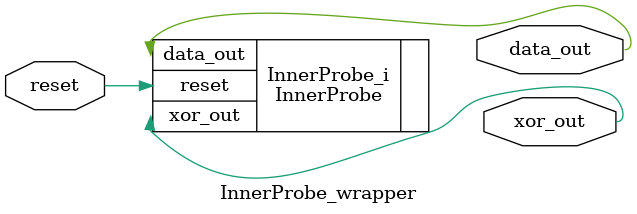
<source format=v>
`timescale 1 ps / 1 ps

module InnerProbe_wrapper
   (data_out,
    reset,
    xor_out);
  output data_out;
  input reset;
  output xor_out;

  wire data_out;
  wire reset;
  wire xor_out;

  InnerProbe InnerProbe_i
       (.data_out(data_out),
        .reset(reset),
        .xor_out(xor_out));
endmodule

</source>
